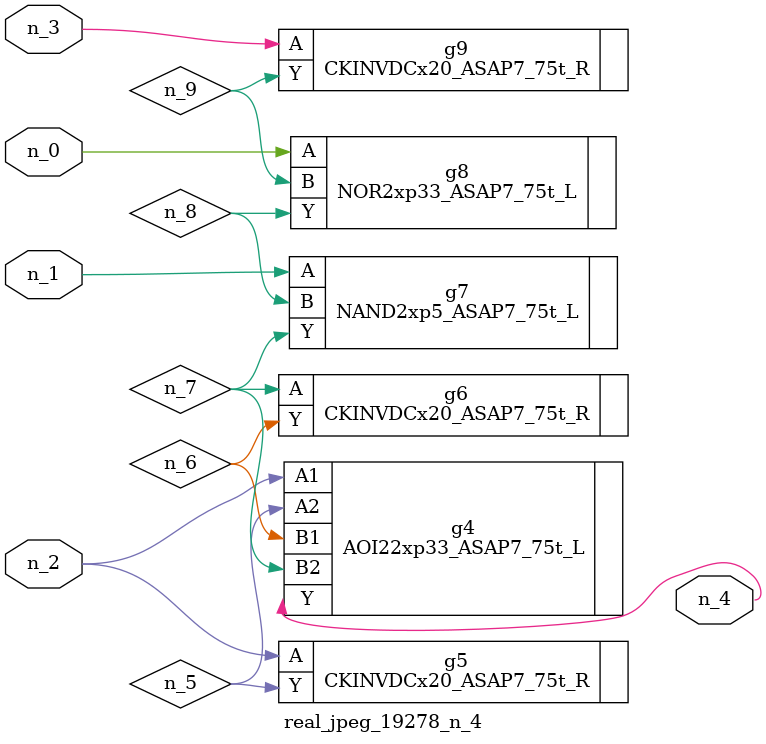
<source format=v>
module real_jpeg_19278_n_4 (n_3, n_1, n_0, n_2, n_4);

input n_3;
input n_1;
input n_0;
input n_2;

output n_4;

wire n_5;
wire n_8;
wire n_6;
wire n_7;
wire n_9;

NOR2xp33_ASAP7_75t_L g8 ( 
.A(n_0),
.B(n_9),
.Y(n_8)
);

NAND2xp5_ASAP7_75t_L g7 ( 
.A(n_1),
.B(n_8),
.Y(n_7)
);

AOI22xp33_ASAP7_75t_L g4 ( 
.A1(n_2),
.A2(n_5),
.B1(n_6),
.B2(n_7),
.Y(n_4)
);

CKINVDCx20_ASAP7_75t_R g5 ( 
.A(n_2),
.Y(n_5)
);

CKINVDCx20_ASAP7_75t_R g9 ( 
.A(n_3),
.Y(n_9)
);

CKINVDCx20_ASAP7_75t_R g6 ( 
.A(n_7),
.Y(n_6)
);


endmodule
</source>
